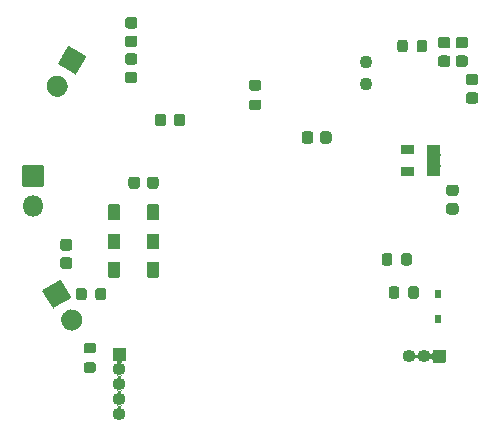
<source format=gbr>
G04 #@! TF.GenerationSoftware,KiCad,Pcbnew,5.1.8-1.fc33*
G04 #@! TF.CreationDate,2021-08-02T18:18:18+02:00*
G04 #@! TF.ProjectId,sense,73656e73-652e-46b6-9963-61645f706362,rev?*
G04 #@! TF.SameCoordinates,Original*
G04 #@! TF.FileFunction,Soldermask,Bot*
G04 #@! TF.FilePolarity,Negative*
%FSLAX46Y46*%
G04 Gerber Fmt 4.6, Leading zero omitted, Abs format (unit mm)*
G04 Created by KiCad (PCBNEW 5.1.8-1.fc33) date 2021-08-02 18:18:18*
%MOMM*%
%LPD*%
G01*
G04 APERTURE LIST*
%ADD10C,1.102000*%
%ADD11O,1.102000X1.102000*%
%ADD12O,1.802000X1.802000*%
%ADD13C,0.100000*%
G04 APERTURE END LIST*
D10*
X167894000Y-109728000D03*
X167894000Y-107828000D03*
G36*
G01*
X147774000Y-118361750D02*
X147774000Y-117798250D01*
G75*
G02*
X148018250Y-117554000I244250J0D01*
G01*
X148506750Y-117554000D01*
G75*
G02*
X148751000Y-117798250I0J-244250D01*
G01*
X148751000Y-118361750D01*
G75*
G02*
X148506750Y-118606000I-244250J0D01*
G01*
X148018250Y-118606000D01*
G75*
G02*
X147774000Y-118361750I0J244250D01*
G01*
G37*
G36*
G01*
X149349000Y-118361750D02*
X149349000Y-117798250D01*
G75*
G02*
X149593250Y-117554000I244250J0D01*
G01*
X150081750Y-117554000D01*
G75*
G02*
X150326000Y-117798250I0J-244250D01*
G01*
X150326000Y-118361750D01*
G75*
G02*
X150081750Y-118606000I-244250J0D01*
G01*
X149593250Y-118606000D01*
G75*
G02*
X149349000Y-118361750I0J244250D01*
G01*
G37*
G36*
G01*
X146039000Y-123670000D02*
X146039000Y-122470000D01*
G75*
G02*
X146090000Y-122419000I51000J0D01*
G01*
X146990000Y-122419000D01*
G75*
G02*
X147041000Y-122470000I0J-51000D01*
G01*
X147041000Y-123670000D01*
G75*
G02*
X146990000Y-123721000I-51000J0D01*
G01*
X146090000Y-123721000D01*
G75*
G02*
X146039000Y-123670000I0J51000D01*
G01*
G37*
G36*
G01*
X149339000Y-123670000D02*
X149339000Y-122470000D01*
G75*
G02*
X149390000Y-122419000I51000J0D01*
G01*
X150290000Y-122419000D01*
G75*
G02*
X150341000Y-122470000I0J-51000D01*
G01*
X150341000Y-123670000D01*
G75*
G02*
X150290000Y-123721000I-51000J0D01*
G01*
X149390000Y-123721000D01*
G75*
G02*
X149339000Y-123670000I0J51000D01*
G01*
G37*
G36*
G01*
X147041000Y-124850000D02*
X147041000Y-126050000D01*
G75*
G02*
X146990000Y-126101000I-51000J0D01*
G01*
X146090000Y-126101000D01*
G75*
G02*
X146039000Y-126050000I0J51000D01*
G01*
X146039000Y-124850000D01*
G75*
G02*
X146090000Y-124799000I51000J0D01*
G01*
X146990000Y-124799000D01*
G75*
G02*
X147041000Y-124850000I0J-51000D01*
G01*
G37*
G36*
G01*
X150341000Y-124850000D02*
X150341000Y-126050000D01*
G75*
G02*
X150290000Y-126101000I-51000J0D01*
G01*
X149390000Y-126101000D01*
G75*
G02*
X149339000Y-126050000I0J51000D01*
G01*
X149339000Y-124850000D01*
G75*
G02*
X149390000Y-124799000I51000J0D01*
G01*
X150290000Y-124799000D01*
G75*
G02*
X150341000Y-124850000I0J-51000D01*
G01*
G37*
G36*
G01*
X146049000Y-121160000D02*
X146049000Y-119960000D01*
G75*
G02*
X146100000Y-119909000I51000J0D01*
G01*
X147000000Y-119909000D01*
G75*
G02*
X147051000Y-119960000I0J-51000D01*
G01*
X147051000Y-121160000D01*
G75*
G02*
X147000000Y-121211000I-51000J0D01*
G01*
X146100000Y-121211000D01*
G75*
G02*
X146049000Y-121160000I0J51000D01*
G01*
G37*
G36*
G01*
X149349000Y-121160000D02*
X149349000Y-119960000D01*
G75*
G02*
X149400000Y-119909000I51000J0D01*
G01*
X150300000Y-119909000D01*
G75*
G02*
X150351000Y-119960000I0J-51000D01*
G01*
X150351000Y-121160000D01*
G75*
G02*
X150300000Y-121211000I-51000J0D01*
G01*
X149400000Y-121211000D01*
G75*
G02*
X149349000Y-121160000I0J51000D01*
G01*
G37*
G36*
G01*
X147718250Y-105619000D02*
X148281750Y-105619000D01*
G75*
G02*
X148526000Y-105863250I0J-244250D01*
G01*
X148526000Y-106351750D01*
G75*
G02*
X148281750Y-106596000I-244250J0D01*
G01*
X147718250Y-106596000D01*
G75*
G02*
X147474000Y-106351750I0J244250D01*
G01*
X147474000Y-105863250D01*
G75*
G02*
X147718250Y-105619000I244250J0D01*
G01*
G37*
G36*
G01*
X147718250Y-104044000D02*
X148281750Y-104044000D01*
G75*
G02*
X148526000Y-104288250I0J-244250D01*
G01*
X148526000Y-104776750D01*
G75*
G02*
X148281750Y-105021000I-244250J0D01*
G01*
X147718250Y-105021000D01*
G75*
G02*
X147474000Y-104776750I0J244250D01*
G01*
X147474000Y-104288250D01*
G75*
G02*
X147718250Y-104044000I244250J0D01*
G01*
G37*
G36*
G01*
X147718250Y-107104000D02*
X148281750Y-107104000D01*
G75*
G02*
X148526000Y-107348250I0J-244250D01*
G01*
X148526000Y-107836750D01*
G75*
G02*
X148281750Y-108081000I-244250J0D01*
G01*
X147718250Y-108081000D01*
G75*
G02*
X147474000Y-107836750I0J244250D01*
G01*
X147474000Y-107348250D01*
G75*
G02*
X147718250Y-107104000I244250J0D01*
G01*
G37*
G36*
G01*
X147718250Y-108679000D02*
X148281750Y-108679000D01*
G75*
G02*
X148526000Y-108923250I0J-244250D01*
G01*
X148526000Y-109411750D01*
G75*
G02*
X148281750Y-109656000I-244250J0D01*
G01*
X147718250Y-109656000D01*
G75*
G02*
X147474000Y-109411750I0J244250D01*
G01*
X147474000Y-108923250D01*
G75*
G02*
X147718250Y-108679000I244250J0D01*
G01*
G37*
G36*
G01*
X176578250Y-110419000D02*
X177141750Y-110419000D01*
G75*
G02*
X177386000Y-110663250I0J-244250D01*
G01*
X177386000Y-111151750D01*
G75*
G02*
X177141750Y-111396000I-244250J0D01*
G01*
X176578250Y-111396000D01*
G75*
G02*
X176334000Y-111151750I0J244250D01*
G01*
X176334000Y-110663250D01*
G75*
G02*
X176578250Y-110419000I244250J0D01*
G01*
G37*
G36*
G01*
X176578250Y-108844000D02*
X177141750Y-108844000D01*
G75*
G02*
X177386000Y-109088250I0J-244250D01*
G01*
X177386000Y-109576750D01*
G75*
G02*
X177141750Y-109821000I-244250J0D01*
G01*
X176578250Y-109821000D01*
G75*
G02*
X176334000Y-109576750I0J244250D01*
G01*
X176334000Y-109088250D01*
G75*
G02*
X176578250Y-108844000I244250J0D01*
G01*
G37*
G36*
G01*
X174918250Y-118224000D02*
X175481750Y-118224000D01*
G75*
G02*
X175726000Y-118468250I0J-244250D01*
G01*
X175726000Y-118956750D01*
G75*
G02*
X175481750Y-119201000I-244250J0D01*
G01*
X174918250Y-119201000D01*
G75*
G02*
X174674000Y-118956750I0J244250D01*
G01*
X174674000Y-118468250D01*
G75*
G02*
X174918250Y-118224000I244250J0D01*
G01*
G37*
G36*
G01*
X174918250Y-119799000D02*
X175481750Y-119799000D01*
G75*
G02*
X175726000Y-120043250I0J-244250D01*
G01*
X175726000Y-120531750D01*
G75*
G02*
X175481750Y-120776000I-244250J0D01*
G01*
X174918250Y-120776000D01*
G75*
G02*
X174674000Y-120531750I0J244250D01*
G01*
X174674000Y-120043250D01*
G75*
G02*
X174918250Y-119799000I244250J0D01*
G01*
G37*
G36*
G01*
X176281750Y-108276000D02*
X175718250Y-108276000D01*
G75*
G02*
X175474000Y-108031750I0J244250D01*
G01*
X175474000Y-107543250D01*
G75*
G02*
X175718250Y-107299000I244250J0D01*
G01*
X176281750Y-107299000D01*
G75*
G02*
X176526000Y-107543250I0J-244250D01*
G01*
X176526000Y-108031750D01*
G75*
G02*
X176281750Y-108276000I-244250J0D01*
G01*
G37*
G36*
G01*
X176281750Y-106701000D02*
X175718250Y-106701000D01*
G75*
G02*
X175474000Y-106456750I0J244250D01*
G01*
X175474000Y-105968250D01*
G75*
G02*
X175718250Y-105724000I244250J0D01*
G01*
X176281750Y-105724000D01*
G75*
G02*
X176526000Y-105968250I0J-244250D01*
G01*
X176526000Y-106456750D01*
G75*
G02*
X176281750Y-106701000I-244250J0D01*
G01*
G37*
G36*
G01*
X152566000Y-112478250D02*
X152566000Y-113041750D01*
G75*
G02*
X152321750Y-113286000I-244250J0D01*
G01*
X151833250Y-113286000D01*
G75*
G02*
X151589000Y-113041750I0J244250D01*
G01*
X151589000Y-112478250D01*
G75*
G02*
X151833250Y-112234000I244250J0D01*
G01*
X152321750Y-112234000D01*
G75*
G02*
X152566000Y-112478250I0J-244250D01*
G01*
G37*
G36*
G01*
X150991000Y-112478250D02*
X150991000Y-113041750D01*
G75*
G02*
X150746750Y-113286000I-244250J0D01*
G01*
X150258250Y-113286000D01*
G75*
G02*
X150014000Y-113041750I0J244250D01*
G01*
X150014000Y-112478250D01*
G75*
G02*
X150258250Y-112234000I244250J0D01*
G01*
X150746750Y-112234000D01*
G75*
G02*
X150991000Y-112478250I0J-244250D01*
G01*
G37*
G36*
G01*
X146461660Y-133093080D02*
X146461660Y-132093080D01*
G75*
G02*
X146512660Y-132042080I51000J0D01*
G01*
X147512660Y-132042080D01*
G75*
G02*
X147563660Y-132093080I0J-51000D01*
G01*
X147563660Y-133093080D01*
G75*
G02*
X147512660Y-133144080I-51000J0D01*
G01*
X146512660Y-133144080D01*
G75*
G02*
X146461660Y-133093080I0J51000D01*
G01*
G37*
D11*
X147012660Y-133863080D03*
X147012660Y-135133080D03*
X147012660Y-136403080D03*
X147012660Y-137673080D03*
G36*
G01*
X162434620Y-114514540D02*
X162434620Y-113963540D01*
G75*
G02*
X162685120Y-113713040I250500J0D01*
G01*
X163186120Y-113713040D01*
G75*
G02*
X163436620Y-113963540I0J-250500D01*
G01*
X163436620Y-114514540D01*
G75*
G02*
X163186120Y-114765040I-250500J0D01*
G01*
X162685120Y-114765040D01*
G75*
G02*
X162434620Y-114514540I0J250500D01*
G01*
G37*
G36*
G01*
X163984620Y-114514540D02*
X163984620Y-113963540D01*
G75*
G02*
X164235120Y-113713040I250500J0D01*
G01*
X164736120Y-113713040D01*
G75*
G02*
X164986620Y-113963540I0J-250500D01*
G01*
X164986620Y-114514540D01*
G75*
G02*
X164736120Y-114765040I-250500J0D01*
G01*
X164235120Y-114765040D01*
G75*
G02*
X163984620Y-114514540I0J250500D01*
G01*
G37*
G36*
G01*
X173757380Y-127140780D02*
X174207380Y-127140780D01*
G75*
G02*
X174258380Y-127191780I0J-51000D01*
G01*
X174258380Y-127791780D01*
G75*
G02*
X174207380Y-127842780I-51000J0D01*
G01*
X173757380Y-127842780D01*
G75*
G02*
X173706380Y-127791780I0J51000D01*
G01*
X173706380Y-127191780D01*
G75*
G02*
X173757380Y-127140780I51000J0D01*
G01*
G37*
G36*
G01*
X173757380Y-129240780D02*
X174207380Y-129240780D01*
G75*
G02*
X174258380Y-129291780I0J-51000D01*
G01*
X174258380Y-129891780D01*
G75*
G02*
X174207380Y-129942780I-51000J0D01*
G01*
X173757380Y-129942780D01*
G75*
G02*
X173706380Y-129891780I0J51000D01*
G01*
X173706380Y-129291780D01*
G75*
G02*
X173757380Y-129240780I51000J0D01*
G01*
G37*
G36*
G01*
X170705160Y-127062720D02*
X170705160Y-127663720D01*
G75*
G02*
X170479660Y-127889220I-225500J0D01*
G01*
X170028660Y-127889220D01*
G75*
G02*
X169803160Y-127663720I0J225500D01*
G01*
X169803160Y-127062720D01*
G75*
G02*
X170028660Y-126837220I225500J0D01*
G01*
X170479660Y-126837220D01*
G75*
G02*
X170705160Y-127062720I0J-225500D01*
G01*
G37*
G36*
G01*
X172355160Y-127062720D02*
X172355160Y-127663720D01*
G75*
G02*
X172129660Y-127889220I-225500J0D01*
G01*
X171678660Y-127889220D01*
G75*
G02*
X171453160Y-127663720I0J225500D01*
G01*
X171453160Y-127062720D01*
G75*
G02*
X171678660Y-126837220I225500J0D01*
G01*
X172129660Y-126837220D01*
G75*
G02*
X172355160Y-127062720I0J-225500D01*
G01*
G37*
G36*
G01*
X169218960Y-124859560D02*
X169218960Y-124258560D01*
G75*
G02*
X169444460Y-124033060I225500J0D01*
G01*
X169895460Y-124033060D01*
G75*
G02*
X170120960Y-124258560I0J-225500D01*
G01*
X170120960Y-124859560D01*
G75*
G02*
X169895460Y-125085060I-225500J0D01*
G01*
X169444460Y-125085060D01*
G75*
G02*
X169218960Y-124859560I0J225500D01*
G01*
G37*
G36*
G01*
X170868960Y-124859560D02*
X170868960Y-124258560D01*
G75*
G02*
X171094460Y-124033060I225500J0D01*
G01*
X171545460Y-124033060D01*
G75*
G02*
X171770960Y-124258560I0J-225500D01*
G01*
X171770960Y-124859560D01*
G75*
G02*
X171545460Y-125085060I-225500J0D01*
G01*
X171094460Y-125085060D01*
G75*
G02*
X170868960Y-124859560I0J225500D01*
G01*
G37*
G36*
G01*
X173568740Y-132219880D02*
X174568740Y-132219880D01*
G75*
G02*
X174619740Y-132270880I0J-51000D01*
G01*
X174619740Y-133270880D01*
G75*
G02*
X174568740Y-133321880I-51000J0D01*
G01*
X173568740Y-133321880D01*
G75*
G02*
X173517740Y-133270880I0J51000D01*
G01*
X173517740Y-132270880D01*
G75*
G02*
X173568740Y-132219880I51000J0D01*
G01*
G37*
X172798740Y-132770880D03*
X171528740Y-132770880D03*
G36*
G01*
X158195500Y-109376560D02*
X158796500Y-109376560D01*
G75*
G02*
X159022000Y-109602060I0J-225500D01*
G01*
X159022000Y-110053060D01*
G75*
G02*
X158796500Y-110278560I-225500J0D01*
G01*
X158195500Y-110278560D01*
G75*
G02*
X157970000Y-110053060I0J225500D01*
G01*
X157970000Y-109602060D01*
G75*
G02*
X158195500Y-109376560I225500J0D01*
G01*
G37*
G36*
G01*
X158195500Y-111026560D02*
X158796500Y-111026560D01*
G75*
G02*
X159022000Y-111252060I0J-225500D01*
G01*
X159022000Y-111703060D01*
G75*
G02*
X158796500Y-111928560I-225500J0D01*
G01*
X158195500Y-111928560D01*
G75*
G02*
X157970000Y-111703060I0J225500D01*
G01*
X157970000Y-111252060D01*
G75*
G02*
X158195500Y-111026560I225500J0D01*
G01*
G37*
G36*
G01*
X174190180Y-114902059D02*
X174190180Y-115552061D01*
G75*
G02*
X174139181Y-115603060I-50999J0D01*
G01*
X173079179Y-115603060D01*
G75*
G02*
X173028180Y-115552061I0J50999D01*
G01*
X173028180Y-114902059D01*
G75*
G02*
X173079179Y-114851060I50999J0D01*
G01*
X174139181Y-114851060D01*
G75*
G02*
X174190180Y-114902059I0J-50999D01*
G01*
G37*
G36*
G01*
X174190180Y-115852059D02*
X174190180Y-116502061D01*
G75*
G02*
X174139181Y-116553060I-50999J0D01*
G01*
X173079179Y-116553060D01*
G75*
G02*
X173028180Y-116502061I0J50999D01*
G01*
X173028180Y-115852059D01*
G75*
G02*
X173079179Y-115801060I50999J0D01*
G01*
X174139181Y-115801060D01*
G75*
G02*
X174190180Y-115852059I0J-50999D01*
G01*
G37*
G36*
G01*
X174190180Y-116802059D02*
X174190180Y-117452061D01*
G75*
G02*
X174139181Y-117503060I-50999J0D01*
G01*
X173079179Y-117503060D01*
G75*
G02*
X173028180Y-117452061I0J50999D01*
G01*
X173028180Y-116802059D01*
G75*
G02*
X173079179Y-116751060I50999J0D01*
G01*
X174139181Y-116751060D01*
G75*
G02*
X174190180Y-116802059I0J-50999D01*
G01*
G37*
G36*
G01*
X171990180Y-116802059D02*
X171990180Y-117452061D01*
G75*
G02*
X171939181Y-117503060I-50999J0D01*
G01*
X170879179Y-117503060D01*
G75*
G02*
X170828180Y-117452061I0J50999D01*
G01*
X170828180Y-116802059D01*
G75*
G02*
X170879179Y-116751060I50999J0D01*
G01*
X171939181Y-116751060D01*
G75*
G02*
X171990180Y-116802059I0J-50999D01*
G01*
G37*
G36*
G01*
X171990180Y-114902059D02*
X171990180Y-115552061D01*
G75*
G02*
X171939181Y-115603060I-50999J0D01*
G01*
X170879179Y-115603060D01*
G75*
G02*
X170828180Y-115552061I0J50999D01*
G01*
X170828180Y-114902059D01*
G75*
G02*
X170879179Y-114851060I50999J0D01*
G01*
X171939181Y-114851060D01*
G75*
G02*
X171990180Y-114902059I0J-50999D01*
G01*
G37*
G36*
G01*
X141794711Y-107985622D02*
X142644711Y-106513378D01*
G75*
G02*
X142714378Y-106494711I44167J-25500D01*
G01*
X144186622Y-107344711D01*
G75*
G02*
X144205289Y-107414378I-25500J-44167D01*
G01*
X143355289Y-108886622D01*
G75*
G02*
X143285622Y-108905289I-44167J25500D01*
G01*
X141813378Y-108055289D01*
G75*
G02*
X141794711Y-107985622I25500J44167D01*
G01*
G37*
G36*
G01*
X140949711Y-109449205D02*
X140949711Y-109449205D01*
G75*
G02*
X142180500Y-109119416I780289J-450500D01*
G01*
X142180500Y-109119416D01*
G75*
G02*
X142510289Y-110350205I-450500J-780289D01*
G01*
X142510289Y-110350205D01*
G75*
G02*
X141279500Y-110679994I-780289J450500D01*
G01*
X141279500Y-110679994D01*
G75*
G02*
X140949711Y-109449205I450500J780289D01*
G01*
G37*
D12*
X139700000Y-120040000D03*
G36*
G01*
X138799000Y-118350000D02*
X138799000Y-116650000D01*
G75*
G02*
X138850000Y-116599000I51000J0D01*
G01*
X140550000Y-116599000D01*
G75*
G02*
X140601000Y-116650000I0J-51000D01*
G01*
X140601000Y-118350000D01*
G75*
G02*
X140550000Y-118401000I-51000J0D01*
G01*
X138850000Y-118401000D01*
G75*
G02*
X138799000Y-118350000I0J51000D01*
G01*
G37*
G36*
G01*
X141344711Y-128686622D02*
X140494711Y-127214378D01*
G75*
G02*
X140513378Y-127144711I44167J25500D01*
G01*
X141985622Y-126294711D01*
G75*
G02*
X142055289Y-126313378I25500J-44167D01*
G01*
X142905289Y-127785622D01*
G75*
G02*
X142886622Y-127855289I-44167J-25500D01*
G01*
X141414378Y-128705289D01*
G75*
G02*
X141344711Y-128686622I-25500J44167D01*
G01*
G37*
G36*
G01*
X142189711Y-130150205D02*
X142189711Y-130150205D01*
G75*
G02*
X142519500Y-128919416I780289J450500D01*
G01*
X142519500Y-128919416D01*
G75*
G02*
X143750289Y-129249205I450500J-780289D01*
G01*
X143750289Y-129249205D01*
G75*
G02*
X143420500Y-130479994I-780289J-450500D01*
G01*
X143420500Y-130479994D01*
G75*
G02*
X142189711Y-130150205I-450500J780289D01*
G01*
G37*
G36*
G01*
X145876000Y-127199500D02*
X145876000Y-127800500D01*
G75*
G02*
X145650500Y-128026000I-225500J0D01*
G01*
X145199500Y-128026000D01*
G75*
G02*
X144974000Y-127800500I0J225500D01*
G01*
X144974000Y-127199500D01*
G75*
G02*
X145199500Y-126974000I225500J0D01*
G01*
X145650500Y-126974000D01*
G75*
G02*
X145876000Y-127199500I0J-225500D01*
G01*
G37*
G36*
G01*
X144226000Y-127199500D02*
X144226000Y-127800500D01*
G75*
G02*
X144000500Y-128026000I-225500J0D01*
G01*
X143549500Y-128026000D01*
G75*
G02*
X143324000Y-127800500I0J225500D01*
G01*
X143324000Y-127199500D01*
G75*
G02*
X143549500Y-126974000I225500J0D01*
G01*
X144000500Y-126974000D01*
G75*
G02*
X144226000Y-127199500I0J-225500D01*
G01*
G37*
G36*
G01*
X144800500Y-134176000D02*
X144199500Y-134176000D01*
G75*
G02*
X143974000Y-133950500I0J225500D01*
G01*
X143974000Y-133499500D01*
G75*
G02*
X144199500Y-133274000I225500J0D01*
G01*
X144800500Y-133274000D01*
G75*
G02*
X145026000Y-133499500I0J-225500D01*
G01*
X145026000Y-133950500D01*
G75*
G02*
X144800500Y-134176000I-225500J0D01*
G01*
G37*
G36*
G01*
X144800500Y-132526000D02*
X144199500Y-132526000D01*
G75*
G02*
X143974000Y-132300500I0J225500D01*
G01*
X143974000Y-131849500D01*
G75*
G02*
X144199500Y-131624000I225500J0D01*
G01*
X144800500Y-131624000D01*
G75*
G02*
X145026000Y-131849500I0J-225500D01*
G01*
X145026000Y-132300500D01*
G75*
G02*
X144800500Y-132526000I-225500J0D01*
G01*
G37*
G36*
G01*
X142775500Y-123826000D02*
X142224500Y-123826000D01*
G75*
G02*
X141974000Y-123575500I0J250500D01*
G01*
X141974000Y-123074500D01*
G75*
G02*
X142224500Y-122824000I250500J0D01*
G01*
X142775500Y-122824000D01*
G75*
G02*
X143026000Y-123074500I0J-250500D01*
G01*
X143026000Y-123575500D01*
G75*
G02*
X142775500Y-123826000I-250500J0D01*
G01*
G37*
G36*
G01*
X142775500Y-125376000D02*
X142224500Y-125376000D01*
G75*
G02*
X141974000Y-125125500I0J250500D01*
G01*
X141974000Y-124624500D01*
G75*
G02*
X142224500Y-124374000I250500J0D01*
G01*
X142775500Y-124374000D01*
G75*
G02*
X143026000Y-124624500I0J-250500D01*
G01*
X143026000Y-125125500D01*
G75*
G02*
X142775500Y-125376000I-250500J0D01*
G01*
G37*
G36*
G01*
X174781750Y-108276000D02*
X174218250Y-108276000D01*
G75*
G02*
X173974000Y-108031750I0J244250D01*
G01*
X173974000Y-107543250D01*
G75*
G02*
X174218250Y-107299000I244250J0D01*
G01*
X174781750Y-107299000D01*
G75*
G02*
X175026000Y-107543250I0J-244250D01*
G01*
X175026000Y-108031750D01*
G75*
G02*
X174781750Y-108276000I-244250J0D01*
G01*
G37*
G36*
G01*
X174781750Y-106701000D02*
X174218250Y-106701000D01*
G75*
G02*
X173974000Y-106456750I0J244250D01*
G01*
X173974000Y-105968250D01*
G75*
G02*
X174218250Y-105724000I244250J0D01*
G01*
X174781750Y-105724000D01*
G75*
G02*
X175026000Y-105968250I0J-244250D01*
G01*
X175026000Y-106456750D01*
G75*
G02*
X174781750Y-106701000I-244250J0D01*
G01*
G37*
G36*
G01*
X173076000Y-106199500D02*
X173076000Y-106800500D01*
G75*
G02*
X172850500Y-107026000I-225500J0D01*
G01*
X172399500Y-107026000D01*
G75*
G02*
X172174000Y-106800500I0J225500D01*
G01*
X172174000Y-106199500D01*
G75*
G02*
X172399500Y-105974000I225500J0D01*
G01*
X172850500Y-105974000D01*
G75*
G02*
X173076000Y-106199500I0J-225500D01*
G01*
G37*
G36*
G01*
X171426000Y-106199500D02*
X171426000Y-106800500D01*
G75*
G02*
X171200500Y-107026000I-225500J0D01*
G01*
X170749500Y-107026000D01*
G75*
G02*
X170524000Y-106800500I0J225500D01*
G01*
X170524000Y-106199500D01*
G75*
G02*
X170749500Y-105974000I225500J0D01*
G01*
X171200500Y-105974000D01*
G75*
G02*
X171426000Y-106199500I0J-225500D01*
G01*
G37*
D13*
G36*
X147185566Y-136923904D02*
G01*
X147186331Y-136925752D01*
X147185291Y-136927255D01*
X147169269Y-136935818D01*
X147150632Y-136951113D01*
X147135337Y-136969750D01*
X147123972Y-136991014D01*
X147116972Y-137014089D01*
X147114609Y-137038080D01*
X147116972Y-137062071D01*
X147123972Y-137085146D01*
X147135337Y-137106410D01*
X147150632Y-137125047D01*
X147169269Y-137140342D01*
X147185291Y-137148905D01*
X147186347Y-137150604D01*
X147185404Y-137152367D01*
X147183583Y-137152517D01*
X147172025Y-137147730D01*
X147066468Y-137126733D01*
X146958852Y-137126733D01*
X146853295Y-137147730D01*
X146841737Y-137152517D01*
X146839754Y-137152256D01*
X146838989Y-137150408D01*
X146840029Y-137148905D01*
X146856051Y-137140342D01*
X146874688Y-137125047D01*
X146889983Y-137106410D01*
X146901348Y-137085146D01*
X146908348Y-137062071D01*
X146910711Y-137038080D01*
X146908348Y-137014089D01*
X146901348Y-136991014D01*
X146889983Y-136969750D01*
X146874688Y-136951113D01*
X146856051Y-136935818D01*
X146840029Y-136927255D01*
X146838973Y-136925556D01*
X146839916Y-136923793D01*
X146841737Y-136923643D01*
X146853295Y-136928430D01*
X146958852Y-136949427D01*
X147066468Y-136949427D01*
X147172025Y-136928430D01*
X147183583Y-136923643D01*
X147185566Y-136923904D01*
G37*
G36*
X147185566Y-135653904D02*
G01*
X147186331Y-135655752D01*
X147185291Y-135657255D01*
X147169269Y-135665818D01*
X147150632Y-135681113D01*
X147135337Y-135699750D01*
X147123972Y-135721014D01*
X147116972Y-135744089D01*
X147114609Y-135768080D01*
X147116972Y-135792071D01*
X147123972Y-135815146D01*
X147135337Y-135836410D01*
X147150632Y-135855047D01*
X147169269Y-135870342D01*
X147185291Y-135878905D01*
X147186347Y-135880604D01*
X147185404Y-135882367D01*
X147183583Y-135882517D01*
X147172025Y-135877730D01*
X147066468Y-135856733D01*
X146958852Y-135856733D01*
X146853295Y-135877730D01*
X146841737Y-135882517D01*
X146839754Y-135882256D01*
X146838989Y-135880408D01*
X146840029Y-135878905D01*
X146856051Y-135870342D01*
X146874688Y-135855047D01*
X146889983Y-135836410D01*
X146901348Y-135815146D01*
X146908348Y-135792071D01*
X146910711Y-135768080D01*
X146908348Y-135744089D01*
X146901348Y-135721014D01*
X146889983Y-135699750D01*
X146874688Y-135681113D01*
X146856051Y-135665818D01*
X146840029Y-135657255D01*
X146838973Y-135655556D01*
X146839916Y-135653793D01*
X146841737Y-135653643D01*
X146853295Y-135658430D01*
X146958852Y-135679427D01*
X147066468Y-135679427D01*
X147172025Y-135658430D01*
X147183583Y-135653643D01*
X147185566Y-135653904D01*
G37*
G36*
X147185566Y-134383904D02*
G01*
X147186331Y-134385752D01*
X147185291Y-134387255D01*
X147169269Y-134395818D01*
X147150632Y-134411113D01*
X147135337Y-134429750D01*
X147123972Y-134451014D01*
X147116972Y-134474089D01*
X147114609Y-134498080D01*
X147116972Y-134522071D01*
X147123972Y-134545146D01*
X147135337Y-134566410D01*
X147150632Y-134585047D01*
X147169269Y-134600342D01*
X147185291Y-134608905D01*
X147186347Y-134610604D01*
X147185404Y-134612367D01*
X147183583Y-134612517D01*
X147172025Y-134607730D01*
X147066468Y-134586733D01*
X146958852Y-134586733D01*
X146853295Y-134607730D01*
X146841737Y-134612517D01*
X146839754Y-134612256D01*
X146838989Y-134610408D01*
X146840029Y-134608905D01*
X146856051Y-134600342D01*
X146874688Y-134585047D01*
X146889983Y-134566410D01*
X146901348Y-134545146D01*
X146908348Y-134522071D01*
X146910711Y-134498080D01*
X146908348Y-134474089D01*
X146901348Y-134451014D01*
X146889983Y-134429750D01*
X146874688Y-134411113D01*
X146856051Y-134395818D01*
X146840029Y-134387255D01*
X146838973Y-134385556D01*
X146839916Y-134383793D01*
X146841737Y-134383643D01*
X146853295Y-134388430D01*
X146958852Y-134409427D01*
X147066468Y-134409427D01*
X147172025Y-134388430D01*
X147183583Y-134383643D01*
X147185566Y-134383904D01*
G37*
G36*
X147336314Y-133143080D02*
G01*
X147336314Y-133145080D01*
X147334778Y-133146070D01*
X147310591Y-133148452D01*
X147287516Y-133155452D01*
X147266252Y-133166817D01*
X147247615Y-133182112D01*
X147232320Y-133200749D01*
X147220955Y-133222013D01*
X147213955Y-133245088D01*
X147211592Y-133269078D01*
X147213955Y-133293070D01*
X147220955Y-133316145D01*
X147232320Y-133337409D01*
X147247615Y-133356046D01*
X147266330Y-133371404D01*
X147270658Y-133374296D01*
X147271543Y-133376090D01*
X147270432Y-133377753D01*
X147268782Y-133377807D01*
X147172025Y-133337730D01*
X147066468Y-133316733D01*
X146958852Y-133316733D01*
X146853295Y-133337730D01*
X146756538Y-133377807D01*
X146754555Y-133377546D01*
X146753790Y-133375698D01*
X146754662Y-133374296D01*
X146758990Y-133371404D01*
X146777705Y-133356045D01*
X146793000Y-133337408D01*
X146804365Y-133316145D01*
X146811365Y-133293070D01*
X146813728Y-133269078D01*
X146811365Y-133245087D01*
X146804365Y-133222012D01*
X146793000Y-133200749D01*
X146777704Y-133182112D01*
X146759067Y-133166817D01*
X146737804Y-133155452D01*
X146714729Y-133148452D01*
X146690542Y-133146070D01*
X146688916Y-133144905D01*
X146689112Y-133142915D01*
X146690738Y-133142080D01*
X147334582Y-133142080D01*
X147336314Y-133143080D01*
G37*
G36*
X173518905Y-132447332D02*
G01*
X173519740Y-132448958D01*
X173519740Y-133092802D01*
X173518740Y-133094534D01*
X173516740Y-133094534D01*
X173515750Y-133092998D01*
X173513368Y-133068811D01*
X173506368Y-133045736D01*
X173495003Y-133024472D01*
X173479708Y-133005835D01*
X173461071Y-132990540D01*
X173439807Y-132979175D01*
X173416732Y-132972175D01*
X173392741Y-132969812D01*
X173368750Y-132972175D01*
X173345675Y-132979175D01*
X173324411Y-132990540D01*
X173305774Y-133005835D01*
X173290416Y-133024550D01*
X173287524Y-133028878D01*
X173285730Y-133029763D01*
X173284067Y-133028652D01*
X173284013Y-133027002D01*
X173324090Y-132930245D01*
X173345087Y-132824688D01*
X173345087Y-132717072D01*
X173324090Y-132611515D01*
X173284013Y-132514758D01*
X173284274Y-132512775D01*
X173286122Y-132512010D01*
X173287524Y-132512882D01*
X173290416Y-132517210D01*
X173305775Y-132535925D01*
X173324412Y-132551220D01*
X173345675Y-132562585D01*
X173368750Y-132569585D01*
X173392742Y-132571948D01*
X173416733Y-132569585D01*
X173439808Y-132562585D01*
X173461071Y-132551220D01*
X173479708Y-132535924D01*
X173495003Y-132517287D01*
X173506368Y-132496024D01*
X173513368Y-132472949D01*
X173515750Y-132448762D01*
X173516915Y-132447136D01*
X173518905Y-132447332D01*
G37*
G36*
X172278027Y-132598136D02*
G01*
X172278177Y-132599957D01*
X172273390Y-132611515D01*
X172252393Y-132717072D01*
X172252393Y-132824688D01*
X172273390Y-132930245D01*
X172278177Y-132941803D01*
X172277916Y-132943786D01*
X172276068Y-132944551D01*
X172274565Y-132943511D01*
X172266002Y-132927489D01*
X172250707Y-132908852D01*
X172232070Y-132893557D01*
X172210806Y-132882192D01*
X172187731Y-132875192D01*
X172163740Y-132872829D01*
X172139749Y-132875192D01*
X172116674Y-132882192D01*
X172095410Y-132893557D01*
X172076773Y-132908852D01*
X172061478Y-132927489D01*
X172052915Y-132943511D01*
X172051216Y-132944567D01*
X172049453Y-132943624D01*
X172049303Y-132941803D01*
X172054090Y-132930245D01*
X172075087Y-132824688D01*
X172075087Y-132717072D01*
X172054090Y-132611515D01*
X172049303Y-132599957D01*
X172049564Y-132597974D01*
X172051412Y-132597209D01*
X172052915Y-132598249D01*
X172061478Y-132614271D01*
X172076773Y-132632908D01*
X172095410Y-132648203D01*
X172116674Y-132659568D01*
X172139749Y-132666568D01*
X172163740Y-132668931D01*
X172187731Y-132666568D01*
X172210806Y-132659568D01*
X172232070Y-132648203D01*
X172250707Y-132632908D01*
X172266002Y-132614271D01*
X172274565Y-132598249D01*
X172276264Y-132597193D01*
X172278027Y-132598136D01*
G37*
G36*
X142031521Y-126268210D02*
G01*
X142361612Y-126839945D01*
X142361963Y-126840553D01*
X142381403Y-126874224D01*
X142417323Y-126936439D01*
X142440582Y-126976725D01*
X142440933Y-126977333D01*
X142460373Y-127011004D01*
X142489654Y-127061720D01*
X142496293Y-127073219D01*
X142534722Y-127139780D01*
X142551714Y-127169211D01*
X142568624Y-127198500D01*
X142932522Y-127828789D01*
X142931790Y-127831521D01*
X141371211Y-128732522D01*
X141369211Y-128732522D01*
X141368479Y-128731790D01*
X140959418Y-128023275D01*
X140959067Y-128022667D01*
X140939627Y-127988996D01*
X140903707Y-127926781D01*
X140880448Y-127886495D01*
X140880097Y-127885887D01*
X140860657Y-127852216D01*
X140848286Y-127830789D01*
X140831376Y-127801500D01*
X140467478Y-127171211D01*
X140467549Y-127170943D01*
X140471943Y-127170943D01*
X140834840Y-127799500D01*
X140851750Y-127828789D01*
X140864121Y-127850216D01*
X140883561Y-127883887D01*
X140883912Y-127884495D01*
X140907171Y-127924781D01*
X140943091Y-127986996D01*
X140962531Y-128020667D01*
X140962882Y-128021275D01*
X141370943Y-128728057D01*
X142928057Y-127829057D01*
X142565160Y-127200500D01*
X142548250Y-127171211D01*
X142531258Y-127141780D01*
X142492829Y-127075219D01*
X142486190Y-127063720D01*
X142456909Y-127013004D01*
X142437469Y-126979333D01*
X142437118Y-126978725D01*
X142413859Y-126938439D01*
X142377939Y-126876224D01*
X142358499Y-126842553D01*
X142358148Y-126841945D01*
X142029057Y-126271943D01*
X140471943Y-127170943D01*
X140467549Y-127170943D01*
X140468210Y-127168479D01*
X142028789Y-126267478D01*
X142030789Y-126267478D01*
X142031521Y-126268210D01*
G37*
G36*
X174191912Y-116552060D02*
G01*
X174192180Y-116553060D01*
X174192180Y-116751060D01*
X174191180Y-116752792D01*
X174190180Y-116753060D01*
X173028180Y-116753060D01*
X173026448Y-116752060D01*
X173026180Y-116751060D01*
X173026180Y-116553060D01*
X173027180Y-116551328D01*
X173028180Y-116551060D01*
X174190180Y-116551060D01*
X174191912Y-116552060D01*
G37*
G36*
X174191912Y-115602060D02*
G01*
X174192180Y-115603060D01*
X174192180Y-115801060D01*
X174191180Y-115802792D01*
X174190180Y-115803060D01*
X173028180Y-115803060D01*
X173026448Y-115802060D01*
X173026180Y-115801060D01*
X173026180Y-115603060D01*
X173027180Y-115601328D01*
X173028180Y-115601060D01*
X174190180Y-115601060D01*
X174191912Y-115602060D01*
G37*
G36*
X144231790Y-107368479D02*
G01*
X144232790Y-107370211D01*
X144232522Y-107371211D01*
X143963165Y-107837750D01*
X143851714Y-108030789D01*
X143830457Y-108067607D01*
X143774476Y-108164569D01*
X143750867Y-108205461D01*
X143733330Y-108235836D01*
X143720298Y-108258408D01*
X143709564Y-108277000D01*
X143663795Y-108356274D01*
X143651976Y-108376745D01*
X143468582Y-108694393D01*
X143430063Y-108761110D01*
X143389839Y-108830780D01*
X143381629Y-108845000D01*
X143373319Y-108859393D01*
X143370895Y-108863592D01*
X143357863Y-108886164D01*
X143340326Y-108916539D01*
X143335874Y-108924250D01*
X143334800Y-108926110D01*
X143331521Y-108931790D01*
X143328789Y-108932522D01*
X141768210Y-108031521D01*
X141767210Y-108029789D01*
X141767406Y-108029057D01*
X141771943Y-108029057D01*
X143329057Y-108928057D01*
X143331336Y-108924110D01*
X143332410Y-108922250D01*
X143336862Y-108914539D01*
X143354399Y-108884164D01*
X143367431Y-108861592D01*
X143369855Y-108857393D01*
X143378165Y-108843000D01*
X143386375Y-108828780D01*
X143426599Y-108759110D01*
X143465118Y-108692393D01*
X143648512Y-108374745D01*
X143660331Y-108354274D01*
X143706100Y-108275000D01*
X143716834Y-108256408D01*
X143729866Y-108233836D01*
X143747403Y-108203461D01*
X143771012Y-108162569D01*
X143826993Y-108065607D01*
X143848250Y-108028789D01*
X143959701Y-107835750D01*
X144228057Y-107370943D01*
X142670943Y-106471943D01*
X142663653Y-106484569D01*
X142645570Y-106515890D01*
X142640044Y-106525461D01*
X142625172Y-106551220D01*
X142622507Y-106555836D01*
X142609475Y-106578408D01*
X142607051Y-106582607D01*
X142598741Y-106597000D01*
X142584948Y-106620890D01*
X142546429Y-106687607D01*
X142480673Y-106801500D01*
X142408342Y-106926781D01*
X142372422Y-106988996D01*
X142352982Y-107022667D01*
X142352631Y-107023275D01*
X142305447Y-107105000D01*
X142294713Y-107123592D01*
X142281681Y-107146164D01*
X142274466Y-107158661D01*
X142264144Y-107176539D01*
X142240535Y-107217431D01*
X142184554Y-107314393D01*
X142151750Y-107371211D01*
X142133086Y-107403538D01*
X142089036Y-107479835D01*
X142051846Y-107544250D01*
X141771943Y-108029057D01*
X141767406Y-108029057D01*
X141767478Y-108028789D01*
X142048382Y-107542250D01*
X142085572Y-107477835D01*
X142129622Y-107401538D01*
X142148286Y-107369211D01*
X142181090Y-107312393D01*
X142237071Y-107215431D01*
X142260680Y-107174539D01*
X142271002Y-107156661D01*
X142278217Y-107144164D01*
X142291249Y-107121592D01*
X142301983Y-107103000D01*
X142349167Y-107021275D01*
X142349518Y-107020667D01*
X142368958Y-106986996D01*
X142404878Y-106924781D01*
X142477209Y-106799500D01*
X142542965Y-106685607D01*
X142581484Y-106618890D01*
X142595277Y-106595000D01*
X142603587Y-106580607D01*
X142606011Y-106576408D01*
X142619043Y-106553836D01*
X142621708Y-106549220D01*
X142636580Y-106523461D01*
X142642106Y-106513890D01*
X142660189Y-106482569D01*
X142668479Y-106468210D01*
X142671211Y-106467478D01*
X144231790Y-107368479D01*
G37*
M02*

</source>
